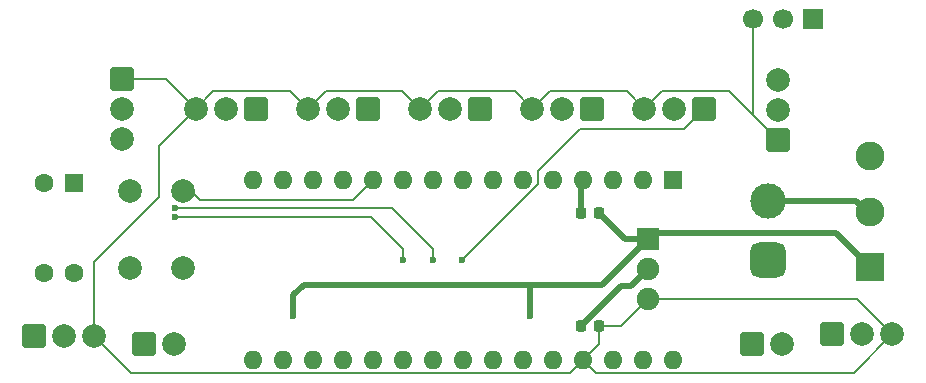
<source format=gbr>
%TF.GenerationSoftware,KiCad,Pcbnew,9.0.2*%
%TF.CreationDate,2025-10-02T15:08:32-04:00*%
%TF.ProjectId,Slippi,536c6970-7069-42e6-9b69-6361645f7063,rev?*%
%TF.SameCoordinates,Original*%
%TF.FileFunction,Copper,L2,Bot*%
%TF.FilePolarity,Positive*%
%FSLAX46Y46*%
G04 Gerber Fmt 4.6, Leading zero omitted, Abs format (unit mm)*
G04 Created by KiCad (PCBNEW 9.0.2) date 2025-10-02 15:08:32*
%MOMM*%
%LPD*%
G01*
G04 APERTURE LIST*
G04 Aperture macros list*
%AMRoundRect*
0 Rectangle with rounded corners*
0 $1 Rounding radius*
0 $2 $3 $4 $5 $6 $7 $8 $9 X,Y pos of 4 corners*
0 Add a 4 corners polygon primitive as box body*
4,1,4,$2,$3,$4,$5,$6,$7,$8,$9,$2,$3,0*
0 Add four circle primitives for the rounded corners*
1,1,$1+$1,$2,$3*
1,1,$1+$1,$4,$5*
1,1,$1+$1,$6,$7*
1,1,$1+$1,$8,$9*
0 Add four rect primitives between the rounded corners*
20,1,$1+$1,$2,$3,$4,$5,0*
20,1,$1+$1,$4,$5,$6,$7,0*
20,1,$1+$1,$6,$7,$8,$9,0*
20,1,$1+$1,$8,$9,$2,$3,0*%
G04 Aperture macros list end*
%TA.AperFunction,ComponentPad*%
%ADD10RoundRect,0.250000X0.750000X-0.750000X0.750000X0.750000X-0.750000X0.750000X-0.750000X-0.750000X0*%
%TD*%
%TA.AperFunction,ComponentPad*%
%ADD11C,2.000000*%
%TD*%
%TA.AperFunction,ComponentPad*%
%ADD12RoundRect,0.250000X0.750000X0.750000X-0.750000X0.750000X-0.750000X-0.750000X0.750000X-0.750000X0*%
%TD*%
%TA.AperFunction,ComponentPad*%
%ADD13RoundRect,0.250000X-0.750000X-0.750000X0.750000X-0.750000X0.750000X0.750000X-0.750000X0.750000X0*%
%TD*%
%TA.AperFunction,ComponentPad*%
%ADD14R,1.600000X1.600000*%
%TD*%
%TA.AperFunction,ComponentPad*%
%ADD15O,1.600000X1.600000*%
%TD*%
%TA.AperFunction,ComponentPad*%
%ADD16RoundRect,0.250000X-0.550000X0.550000X-0.550000X-0.550000X0.550000X-0.550000X0.550000X0.550000X0*%
%TD*%
%TA.AperFunction,ComponentPad*%
%ADD17C,1.600000*%
%TD*%
%TA.AperFunction,ComponentPad*%
%ADD18RoundRect,0.250000X-0.750000X0.750000X-0.750000X-0.750000X0.750000X-0.750000X0.750000X0.750000X0*%
%TD*%
%TA.AperFunction,ComponentPad*%
%ADD19R,1.700000X1.700000*%
%TD*%
%TA.AperFunction,ComponentPad*%
%ADD20C,1.700000*%
%TD*%
%TA.AperFunction,ComponentPad*%
%ADD21RoundRect,0.750000X0.750000X-0.750000X0.750000X0.750000X-0.750000X0.750000X-0.750000X-0.750000X0*%
%TD*%
%TA.AperFunction,ComponentPad*%
%ADD22C,3.000000*%
%TD*%
%TA.AperFunction,ComponentPad*%
%ADD23R,2.450000X2.450000*%
%TD*%
%TA.AperFunction,ComponentPad*%
%ADD24C,2.450000*%
%TD*%
%TA.AperFunction,ComponentPad*%
%ADD25R,1.910000X1.910000*%
%TD*%
%TA.AperFunction,ComponentPad*%
%ADD26C,1.910000*%
%TD*%
%TA.AperFunction,SMDPad,CuDef*%
%ADD27RoundRect,0.225000X0.225000X0.250000X-0.225000X0.250000X-0.225000X-0.250000X0.225000X-0.250000X0*%
%TD*%
%TA.AperFunction,ViaPad*%
%ADD28C,0.600000*%
%TD*%
%TA.AperFunction,Conductor*%
%ADD29C,0.200000*%
%TD*%
%TA.AperFunction,Conductor*%
%ADD30C,0.500000*%
%TD*%
G04 APERTURE END LIST*
D10*
%TO.P,J5,1,Pin_1*%
%TO.N,+5V*%
X134717500Y-70145000D03*
D11*
%TO.P,J5,2,Pin_2*%
%TO.N,GND*%
X134717500Y-67605000D03*
%TO.P,J5,3,Pin_3*%
%TO.N,IR5*%
X134717500Y-65065000D03*
%TD*%
D12*
%TO.P,J6,1,Pin_1*%
%TO.N,L1*%
X90500000Y-67500000D03*
D11*
%TO.P,J6,2,Pin_2*%
%TO.N,GND*%
X87960000Y-67500000D03*
%TO.P,J6,3,Pin_3*%
%TO.N,+5V*%
X85420000Y-67500000D03*
%TD*%
%TO.P,SW3,1,1*%
%TO.N,Push*%
X84350000Y-74450000D03*
X84350000Y-80950000D03*
%TO.P,SW3,2,2*%
%TO.N,GND*%
X79850000Y-74450000D03*
X79850000Y-80950000D03*
%TD*%
D13*
%TO.P,J13,1,Pin_1*%
%TO.N,O3*%
X132500000Y-87417500D03*
D11*
%TO.P,J13,2,Pin_2*%
%TO.N,O4*%
X135040000Y-87417500D03*
%TD*%
D13*
%TO.P,J9,1,Pin_1*%
%TO.N,SV2*%
X139300000Y-86600000D03*
D11*
%TO.P,J9,2,Pin_2*%
%TO.N,GND*%
X141840000Y-86600000D03*
%TO.P,J9,3,Pin_3*%
%TO.N,+5V*%
X144380000Y-86600000D03*
%TD*%
D14*
%TO.P,A1,1,D1/TX*%
%TO.N,IR5*%
X125850000Y-73500000D03*
D15*
%TO.P,A1,2,D0/RX*%
%TO.N,Start*%
X123310000Y-73500000D03*
%TO.P,A1,3,~{RESET}*%
%TO.N,unconnected-(A1-~{RESET}-Pad3)*%
X120770000Y-73500000D03*
%TO.P,A1,4,GND*%
%TO.N,GND*%
X118230000Y-73500000D03*
%TO.P,A1,5,D2*%
%TO.N,IR4*%
X115690000Y-73500000D03*
%TO.P,A1,6,D3*%
%TO.N,SV2*%
X113150000Y-73500000D03*
%TO.P,A1,7,D4*%
%TO.N,IR3*%
X110610000Y-73500000D03*
%TO.P,A1,8,D5*%
%TO.N,S4*%
X108070000Y-73500000D03*
%TO.P,A1,9,D6*%
%TO.N,S3*%
X105530000Y-73500000D03*
%TO.P,A1,10,D7*%
%TO.N,IR2*%
X102990000Y-73500000D03*
%TO.P,A1,11,D8*%
%TO.N,Push*%
X100450000Y-73500000D03*
%TO.P,A1,12,D9*%
%TO.N,S2*%
X97910000Y-73500000D03*
%TO.P,A1,13,D10*%
%TO.N,S1*%
X95370000Y-73500000D03*
%TO.P,A1,14,D11*%
%TO.N,SV1*%
X92830000Y-73500000D03*
%TO.P,A1,15,D12*%
%TO.N,IR1*%
X90290000Y-73500000D03*
%TO.P,A1,16,D13*%
%TO.N,unconnected-(A1-D13-Pad16)*%
X90290000Y-88740000D03*
%TO.P,A1,17,3V3*%
%TO.N,unconnected-(A1-3V3-Pad17)*%
X92830000Y-88740000D03*
%TO.P,A1,18,AREF*%
%TO.N,unconnected-(A1-AREF-Pad18)*%
X95370000Y-88740000D03*
%TO.P,A1,19,A0*%
%TO.N,unconnected-(A1-A0-Pad19)*%
X97910000Y-88740000D03*
%TO.P,A1,20,A1*%
%TO.N,L1*%
X100450000Y-88740000D03*
%TO.P,A1,21,A2*%
%TO.N,SW2*%
X102990000Y-88740000D03*
%TO.P,A1,22,A3*%
%TO.N,SW1*%
X105530000Y-88740000D03*
%TO.P,A1,23,A4*%
%TO.N,L2*%
X108070000Y-88740000D03*
%TO.P,A1,24,A5*%
%TO.N,unconnected-(A1-A5-Pad24)*%
X110610000Y-88740000D03*
%TO.P,A1,25,A6*%
%TO.N,unconnected-(A1-A6-Pad25)*%
X113150000Y-88740000D03*
%TO.P,A1,26,A7*%
%TO.N,unconnected-(A1-A7-Pad26)*%
X115690000Y-88740000D03*
%TO.P,A1,27,+5V*%
%TO.N,+5V*%
X118230000Y-88740000D03*
%TO.P,A1,28,~{RESET}*%
%TO.N,unconnected-(A1-~{RESET}-Pad28)*%
X120770000Y-88740000D03*
%TO.P,A1,29,GND*%
%TO.N,GND*%
X123310000Y-88740000D03*
%TO.P,A1,30,VIN*%
%TO.N,unconnected-(A1-VIN-Pad30)*%
X125850000Y-88740000D03*
%TD*%
D12*
%TO.P,J3,1,Pin_1*%
%TO.N,IR3*%
X109500000Y-67500000D03*
D11*
%TO.P,J3,2,Pin_2*%
%TO.N,GND*%
X106960000Y-67500000D03*
%TO.P,J3,3,Pin_3*%
%TO.N,+5V*%
X104420000Y-67500000D03*
%TD*%
D13*
%TO.P,J8,1,Pin_1*%
%TO.N,SV1*%
X71720000Y-86717500D03*
D11*
%TO.P,J8,2,Pin_2*%
%TO.N,GND*%
X74260000Y-86717500D03*
%TO.P,J8,3,Pin_3*%
%TO.N,+5V*%
X76800000Y-86717500D03*
%TD*%
D16*
%TO.P,SW2,1*%
%TO.N,SW1*%
X75100000Y-73800000D03*
D17*
%TO.P,SW2,2*%
%TO.N,SW2*%
X72560000Y-73800000D03*
%TO.P,SW2,3*%
%TO.N,GND*%
X72560000Y-81420000D03*
%TO.P,SW2,4*%
X75100000Y-81420000D03*
%TD*%
D18*
%TO.P,J1,1,Pin_1*%
%TO.N,+5V*%
X79200000Y-65000000D03*
D11*
%TO.P,J1,2,Pin_2*%
%TO.N,GND*%
X79200000Y-67540000D03*
%TO.P,J1,3,Pin_3*%
%TO.N,IR1*%
X79200000Y-70080000D03*
%TD*%
D12*
%TO.P,J2,1,Pin_1*%
%TO.N,IR2*%
X100000000Y-67500000D03*
D11*
%TO.P,J2,2,Pin_2*%
%TO.N,GND*%
X97460000Y-67500000D03*
%TO.P,J2,3,Pin_3*%
%TO.N,+5V*%
X94920000Y-67500000D03*
%TD*%
D19*
%TO.P,J10,1,Pin_1*%
%TO.N,Start*%
X137700000Y-59900000D03*
D20*
%TO.P,J10,2,Pin_2*%
%TO.N,GND*%
X135160000Y-59900000D03*
%TO.P,J10,3,Pin_3*%
%TO.N,+5V*%
X132620000Y-59900000D03*
%TD*%
D12*
%TO.P,J7,1,Pin_1*%
%TO.N,L2*%
X128500000Y-67500000D03*
D11*
%TO.P,J7,2,Pin_2*%
%TO.N,GND*%
X125960000Y-67500000D03*
%TO.P,J7,3,Pin_3*%
%TO.N,+5V*%
X123420000Y-67500000D03*
%TD*%
D21*
%TO.P,J11,1,Pin_1*%
%TO.N,GND*%
X133900000Y-80300000D03*
D22*
%TO.P,J11,2,Pin_2*%
%TO.N,Net-(J11-Pin_2)*%
X133900000Y-75300000D03*
%TD*%
D23*
%TO.P,SW1,1,A*%
%TO.N,+12V*%
X142544724Y-80900000D03*
D24*
%TO.P,SW1,2,B*%
%TO.N,Net-(J11-Pin_2)*%
X142544724Y-76200000D03*
%TO.P,SW1,3,C*%
%TO.N,unconnected-(SW1-C-Pad3)*%
X142544724Y-71500000D03*
%TD*%
D13*
%TO.P,J12,1,Pin_1*%
%TO.N,O1*%
X81060000Y-87400000D03*
D11*
%TO.P,J12,2,Pin_2*%
%TO.N,O2*%
X83600000Y-87400000D03*
%TD*%
D12*
%TO.P,J4,1,Pin_1*%
%TO.N,IR4*%
X119000000Y-67500000D03*
D11*
%TO.P,J4,2,Pin_2*%
%TO.N,GND*%
X116460000Y-67500000D03*
%TO.P,J4,3,Pin_3*%
%TO.N,+5V*%
X113920000Y-67500000D03*
%TD*%
D25*
%TO.P,U3,1,INPUT*%
%TO.N,+12V*%
X123700000Y-78500000D03*
D26*
%TO.P,U3,2,GROUND*%
%TO.N,GND*%
X123700000Y-81050000D03*
%TO.P,U3,3,OUTPUT*%
%TO.N,+5V*%
X123700000Y-83600000D03*
%TD*%
D27*
%TO.P,C6,1*%
%TO.N,+5V*%
X119575000Y-85900000D03*
%TO.P,C6,2*%
%TO.N,GND*%
X118025000Y-85900000D03*
%TD*%
%TO.P,C5,1*%
%TO.N,+12V*%
X119575000Y-76300000D03*
%TO.P,C5,2*%
%TO.N,GND*%
X118025000Y-76300000D03*
%TD*%
D28*
%TO.N,L2*%
X108000000Y-80300000D03*
%TO.N,+12V*%
X113700000Y-85000000D03*
X93700000Y-85000000D03*
%TO.N,SW2*%
X103000000Y-80300000D03*
X83700000Y-76700000D03*
%TO.N,SW1*%
X83700000Y-75900000D03*
X105500000Y-80300000D03*
%TD*%
D29*
%TO.N,+5V*%
X117129000Y-89841000D02*
X118230000Y-88740000D01*
X79923500Y-89841000D02*
X117129000Y-89841000D01*
X76800000Y-86717500D02*
X79923500Y-89841000D01*
X119331000Y-89841000D02*
X118230000Y-88740000D01*
X141139000Y-89841000D02*
X119331000Y-89841000D01*
X144380000Y-86600000D02*
X141139000Y-89841000D01*
%TO.N,L2*%
X118000000Y-69200000D02*
X126800000Y-69200000D01*
X126800000Y-69200000D02*
X128500000Y-67500000D01*
X108000000Y-80300000D02*
X114416475Y-73883525D01*
X114416475Y-72783525D02*
X118000000Y-69200000D01*
X114416475Y-73883525D02*
X114416475Y-72783525D01*
%TO.N,+5V*%
X123700000Y-83600000D02*
X141380000Y-83600000D01*
X94920000Y-67500000D02*
X96420000Y-66000000D01*
X121400000Y-85900000D02*
X119575000Y-85900000D01*
X121920000Y-66000000D02*
X123420000Y-67500000D01*
X86920000Y-66000000D02*
X93420000Y-66000000D01*
X123420000Y-67500000D02*
X124920000Y-66000000D01*
X76800000Y-80500000D02*
X82300000Y-75000000D01*
X85420000Y-67500000D02*
X82920000Y-65000000D01*
X132620000Y-68047500D02*
X134717500Y-70145000D01*
X124920000Y-66000000D02*
X130572500Y-66000000D01*
X112420000Y-66000000D02*
X113920000Y-67500000D01*
X82300000Y-70620000D02*
X85420000Y-67500000D01*
X132620000Y-59900000D02*
X132620000Y-68047500D01*
X76800000Y-86717500D02*
X76800000Y-80500000D01*
X102920000Y-66000000D02*
X104420000Y-67500000D01*
X96420000Y-66000000D02*
X102920000Y-66000000D01*
X82300000Y-75000000D02*
X82300000Y-74800000D01*
X93420000Y-66000000D02*
X94920000Y-67500000D01*
X141380000Y-83600000D02*
X144380000Y-86600000D01*
X82300000Y-74800000D02*
X82300000Y-70620000D01*
X82920000Y-65000000D02*
X79200000Y-65000000D01*
X105920000Y-66000000D02*
X112420000Y-66000000D01*
X130572500Y-66000000D02*
X134717500Y-70145000D01*
X113920000Y-67500000D02*
X115420000Y-66000000D01*
X119575000Y-85900000D02*
X119575000Y-87395000D01*
X115420000Y-66000000D02*
X121920000Y-66000000D01*
X85420000Y-67500000D02*
X86920000Y-66000000D01*
X123700000Y-83600000D02*
X121400000Y-85900000D01*
X104420000Y-67500000D02*
X105920000Y-66000000D01*
X119575000Y-87395000D02*
X118230000Y-88740000D01*
D30*
%TO.N,GND*%
X118025000Y-76300000D02*
X118025000Y-73705000D01*
X118025000Y-85900000D02*
X121425000Y-82500000D01*
X121425000Y-82500000D02*
X122250000Y-82500000D01*
X118025000Y-73705000D02*
X118230000Y-73500000D01*
X122250000Y-82500000D02*
X123700000Y-81050000D01*
D29*
X117900000Y-85775000D02*
X118025000Y-85900000D01*
D30*
%TO.N,+12V*%
X124200000Y-78000000D02*
X123700000Y-78500000D01*
X93700000Y-83300000D02*
X94600000Y-82400000D01*
X94600000Y-82400000D02*
X113400000Y-82400000D01*
X121775000Y-78500000D02*
X119575000Y-76300000D01*
X113400000Y-82400000D02*
X113700000Y-82400000D01*
X123700000Y-78500000D02*
X121775000Y-78500000D01*
X139644724Y-78000000D02*
X124200000Y-78000000D01*
X142544724Y-80900000D02*
X139644724Y-78000000D01*
X93700000Y-85000000D02*
X93700000Y-83300000D01*
X113700000Y-82400000D02*
X119800000Y-82400000D01*
X119800000Y-82400000D02*
X123700000Y-78500000D01*
X113700000Y-82400000D02*
X113700000Y-85000000D01*
D29*
%TO.N,SW2*%
X103000000Y-79400000D02*
X100300000Y-76700000D01*
X103000000Y-80300000D02*
X103000000Y-79400000D01*
X100300000Y-76700000D02*
X83700000Y-76700000D01*
%TO.N,SW1*%
X105500000Y-80300000D02*
X105500000Y-79400000D01*
X102000000Y-75900000D02*
X83700000Y-75900000D01*
X105500000Y-79400000D02*
X102000000Y-75900000D01*
%TO.N,Push*%
X85050000Y-74450000D02*
X85800000Y-75200000D01*
X98750000Y-75200000D02*
X100450000Y-73500000D01*
X84350000Y-74450000D02*
X85050000Y-74450000D01*
X85800000Y-75200000D02*
X98750000Y-75200000D01*
D30*
%TO.N,Net-(J11-Pin_2)*%
X133900000Y-75300000D02*
X141300000Y-75300000D01*
X142200000Y-76200000D02*
X142544724Y-76200000D01*
X141300000Y-75300000D02*
X142200000Y-76200000D01*
%TD*%
M02*

</source>
